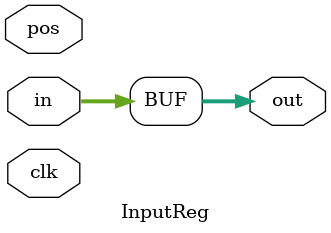
<source format=sv>
`ifndef INPUTREG_SV_
`define INPUTREG_SV_

module InputReg #(
    parameter   DSR = 1,
                M = 4
) (
    input logic clk,
    input logic[$clog2(DSR)-1:0] pos,
    input logic[M-1:0] in,
    output logic[DSR*M-1:0] out
);
    logic[$clog2(M*DSR)-1:0] inSel;
    generate
        if (DSR > 1) begin
            always @(posedge clk) begin
                inSel = M*(DSR - pos)-1;
                out[inSel -: M] <= in;
            end
        end else begin
            assign out = in;
        end
    endgenerate 
endmodule

`endif

</source>
